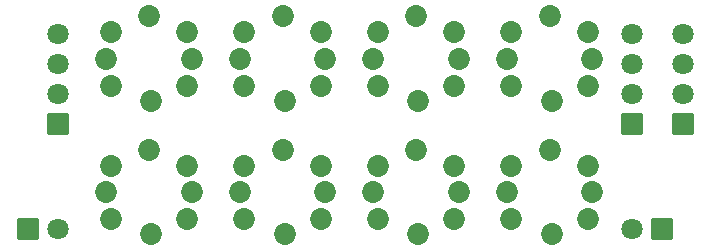
<source format=gts>
G04 Layer: TopSolderMaskLayer*
G04 EasyEDA v6.5.29, 2023-07-18 10:20:05*
G04 5756727701dd48799c60270c1c1368c4,5a6b42c53f6a479593ecc07194224c93,10*
G04 Gerber Generator version 0.2*
G04 Scale: 100 percent, Rotated: No, Reflected: No *
G04 Dimensions in millimeters *
G04 leading zeros omitted , absolute positions ,4 integer and 5 decimal *
%FSLAX45Y45*%
%MOMM*%

%AMMACRO1*1,1,$1,$2,$3*1,1,$1,$4,$5*1,1,$1,0-$2,0-$3*1,1,$1,0-$4,0-$5*20,1,$1,$2,$3,$4,$5,0*20,1,$1,$4,$5,0-$2,0-$3,0*20,1,$1,0-$2,0-$3,0-$4,0-$5,0*20,1,$1,0-$4,0-$5,$2,$3,0*4,1,4,$2,$3,$4,$5,0-$2,0-$3,0-$4,0-$5,$2,$3,0*%
%ADD10MACRO1,0.1016X-0.85X-0.85X0.85X-0.85*%
%ADD11C,1.8016*%
%ADD12MACRO1,0.1016X0.85X0.85X-0.85X0.85*%
%ADD13MACRO1,0.1016X0.85X-0.85X0.85X0.85*%
%ADD14C,1.8532*%

%LPD*%
D10*
G01*
X-1197941Y-1193803D03*
D11*
G01*
X-943940Y-1193800D03*
G01*
X3920134Y-1193800D03*
D12*
G01*
X4174148Y-1193803D03*
D13*
G01*
X-943940Y-304806D03*
D11*
G01*
X-943940Y-50800D03*
G01*
X-943940Y203200D03*
G01*
X-943940Y457200D03*
D13*
G01*
X3920148Y-304806D03*
D11*
G01*
X3920134Y-50800D03*
G01*
X3920134Y203200D03*
G01*
X3920134Y457200D03*
D13*
G01*
X4351945Y-304806D03*
D11*
G01*
X4351934Y-50800D03*
G01*
X4351934Y203200D03*
G01*
X4351934Y457200D03*
D14*
G01*
X3546678Y-1110742D03*
G01*
X2896666Y-1110742D03*
G01*
X3546678Y-660730D03*
G01*
X2896666Y-660730D03*
G01*
X3221685Y-525754D03*
G01*
X3581679Y-885748D03*
G01*
X3241878Y-1237742D03*
G01*
X2860878Y-882142D03*
G01*
X2416378Y-1110742D03*
G01*
X1766366Y-1110742D03*
G01*
X2416378Y-660730D03*
G01*
X1766366Y-660730D03*
G01*
X2091385Y-525754D03*
G01*
X2451379Y-885748D03*
G01*
X2111578Y-1237742D03*
G01*
X1730578Y-882142D03*
G01*
X1286078Y-1110742D03*
G01*
X636066Y-1110742D03*
G01*
X1286078Y-660730D03*
G01*
X636066Y-660730D03*
G01*
X961085Y-525754D03*
G01*
X1321079Y-885748D03*
G01*
X981278Y-1237742D03*
G01*
X600278Y-882142D03*
G01*
X155778Y-1110742D03*
G01*
X-494233Y-1110742D03*
G01*
X155778Y-660730D03*
G01*
X-494233Y-660730D03*
G01*
X-169214Y-525754D03*
G01*
X190779Y-885748D03*
G01*
X-149021Y-1237742D03*
G01*
X-530021Y-882142D03*
G01*
X155778Y19557D03*
G01*
X-494233Y19557D03*
G01*
X155778Y469569D03*
G01*
X-494233Y469569D03*
G01*
X-169214Y604545D03*
G01*
X190779Y244551D03*
G01*
X-149021Y-107442D03*
G01*
X-530021Y248157D03*
G01*
X1286078Y19557D03*
G01*
X636066Y19557D03*
G01*
X1286078Y469569D03*
G01*
X636066Y469569D03*
G01*
X961085Y604545D03*
G01*
X1321079Y244551D03*
G01*
X981278Y-107442D03*
G01*
X600278Y248157D03*
G01*
X2416378Y19557D03*
G01*
X1766366Y19557D03*
G01*
X2416378Y469569D03*
G01*
X1766366Y469569D03*
G01*
X2091385Y604545D03*
G01*
X2451379Y244551D03*
G01*
X2111578Y-107442D03*
G01*
X1730578Y248157D03*
G01*
X3546678Y19557D03*
G01*
X2896666Y19557D03*
G01*
X3546678Y469569D03*
G01*
X2896666Y469569D03*
G01*
X3221685Y604545D03*
G01*
X3581679Y244551D03*
G01*
X3241878Y-107442D03*
G01*
X2860878Y248157D03*
M02*

</source>
